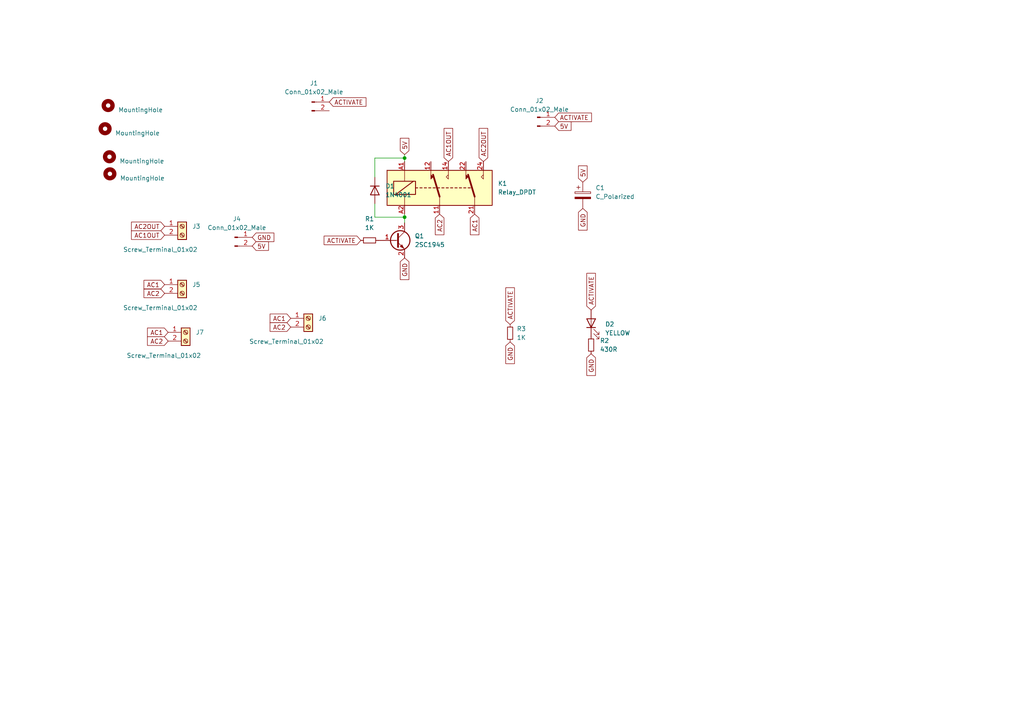
<source format=kicad_sch>
(kicad_sch (version 20230121) (generator eeschema)
  (paper "A4")
  (lib_symbols
    (symbol "Connector:Conn_01x02_Male" (pin_names (offset 1.016) hide)
      (property "Reference" "J" (at 0 2.54 0))
      (property "Value" "Conn_01x02_Male" (at 0 -5.08 0))
      (symbol "Conn_01x02_Male_1_1"
        (polyline (pts (xy 1.27 -2.54) (xy 0.8636 -2.54)) (stroke (width 0.1524)))
        (polyline (pts (xy 1.27 0) (xy 0.8636 0)) (stroke (width 0.1524)))
        (rectangle (start 0.8636 -2.413) (end 0 -2.667) (stroke (width 0.1524)) (fill (type outline)))
        (rectangle (start 0.8636 0.127) (end 0 -0.127) (stroke (width 0.1524)) (fill (type outline)))
        (pin passive line (at 5.08 0 180) (length 3.81) (name "Pin_1") (number "1"))
        (pin passive line (at 5.08 -2.54 180) (length 3.81) (name "Pin_2") (number "2"))
      )
    )
    (symbol "Connector:Screw_Terminal_01x02" (pin_names (offset 1.016) hide)
      (property "Reference" "J" (at 0 2.54 0))
      (property "Value" "Screw_Terminal_01x02" (at 0 -5.08 0))
      (symbol "Screw_Terminal_01x02_1_1"
        (rectangle (start -1.27 1.27) (end 1.27 -3.81) (stroke (width 0.254)) (fill (type background)))
        (circle (center 0 -2.54) (radius 0.635) (stroke (width 0.1524)))
        (polyline (pts (xy -0.5334 -2.2098) (xy 0.3302 -3.048)) (stroke (width 0.1524)))
        (polyline (pts (xy -0.5334 0.3302) (xy 0.3302 -0.508)) (stroke (width 0.1524)))
        (polyline (pts (xy -0.3556 -2.032) (xy 0.508 -2.8702)) (stroke (width 0.1524)))
        (polyline (pts (xy -0.3556 0.508) (xy 0.508 -0.3302)) (stroke (width 0.1524)))
        (circle (center 0 0) (radius 0.635) (stroke (width 0.1524)))
        (pin passive line (at -5.08 0 0) (length 3.81) (name "Pin_1") (number "1"))
        (pin passive line (at -5.08 -2.54 0) (length 3.81) (name "Pin_2") (number "2"))
      )
    )
    (symbol "Device:C_Polarized" (pin_numbers hide) (pin_names (offset 0.254))
      (property "Reference" "C" (at 0.635 2.54 0))
      (property "Value" "C_Polarized" (at 0.635 -2.54 0))
      (symbol "C_Polarized_0_1"
        (rectangle (start -2.286 0.508) (end 2.286 1.016))
        (polyline (pts (xy -1.778 2.286) (xy -0.762 2.286)))
        (polyline (pts (xy -1.27 2.794) (xy -1.27 1.778)))
        (rectangle (start 2.286 -0.508) (end -2.286 -1.016) (fill (type outline)))
      )
      (symbol "C_Polarized_1_1"
        (pin passive line (at 0 3.81 270) (length 2.794) (name "~") (number "1"))
        (pin passive line (at 0 -3.81 90) (length 2.794) (name "~") (number "2"))
      )
    )
    (symbol "Device:LED" (pin_numbers hide) (pin_names (offset 1.016) hide)
      (property "Reference" "D" (at 0 2.54 0))
      (property "Value" "LED" (at 0 -2.54 0))
      (symbol "LED_0_1"
        (polyline (pts (xy -1.27 -1.27) (xy -1.27 1.27)) (stroke (width 0.254)))
        (polyline (pts (xy -1.27 0) (xy 1.27 0)))
        (polyline (pts (xy 1.27 -1.27) (xy 1.27 1.27) (xy -1.27 0) (xy 1.27 -1.27)) (stroke (width 0.254)))
        (polyline (pts (xy -3.048 -0.762) (xy -4.572 -2.286) (xy -3.81 -2.286) (xy -4.572 -2.286) (xy -4.572 -1.524)))
        (polyline (pts (xy -1.778 -0.762) (xy -3.302 -2.286) (xy -2.54 -2.286) (xy -3.302 -2.286) (xy -3.302 -1.524)))
      )
      (symbol "LED_1_1"
        (pin passive line (at -3.81 0 0) (length 2.54) (name "K") (number "1"))
        (pin passive line (at 3.81 0 180) (length 2.54) (name "A") (number "2"))
      )
    )
    (symbol "Device:R_Small" (pin_numbers hide) (pin_names (offset 0.254) hide)
      (property "Reference" "R" (at 0.762 0.508 0))
      (property "Value" "R_Small" (at 0.762 -1.016 0))
      (symbol "R_Small_0_1"
        (rectangle (start -0.762 1.778) (end 0.762 -1.778) (stroke (width 0.2032)))
      )
      (symbol "R_Small_1_1"
        (pin passive line (at 0 2.54 270) (length 0.762) (name "~") (number "1"))
        (pin passive line (at 0 -2.54 90) (length 0.762) (name "~") (number "2"))
      )
    )
    (symbol "Diode:1N4001" (pin_numbers hide) (pin_names hide)
      (property "Reference" "D" (at 0 2.54 0))
      (property "Value" "1N4001" (at 0 -2.54 0))
      (symbol "1N4001_0_1"
        (polyline (pts (xy -1.27 1.27) (xy -1.27 -1.27)) (stroke (width 0.254)))
        (polyline (pts (xy 1.27 0) (xy -1.27 0)))
        (polyline (pts (xy 1.27 1.27) (xy 1.27 -1.27) (xy -1.27 0) (xy 1.27 1.27)) (stroke (width 0.254)))
      )
      (symbol "1N4001_1_1"
        (pin passive line (at -3.81 0 0) (length 2.54) (name "K") (number "1"))
        (pin passive line (at 3.81 0 180) (length 2.54) (name "A") (number "2"))
      )
    )
    (symbol "Mechanical:MountingHole" (pin_names (offset 1.016))
      (property "Reference" "H" (at 0 5.08 0))
      (property "Value" "MountingHole" (at 0 3.175 0))
      (symbol "MountingHole_0_1"
        (circle (center 0 0) (radius 1.27) (stroke (width 1.27)))
      )
    )
    (symbol "Relay:Relay_DPDT"
      (property "Reference" "K" (at 16.51 3.81 0))
      (property "Value" "Relay_DPDT" (at 16.51 1.27 0))
      (symbol "Relay_DPDT_0_1"
        (rectangle (start -15.24 5.08) (end 15.24 -5.08) (stroke (width 0.254)) (fill (type background)))
        (rectangle (start -13.335 1.905) (end -6.985 -1.905) (stroke (width 0.254)))
        (polyline (pts (xy -12.7 -1.905) (xy -7.62 1.905)) (stroke (width 0.254)))
        (polyline (pts (xy -10.16 -5.08) (xy -10.16 -1.905)))
        (polyline (pts (xy -10.16 5.08) (xy -10.16 1.905)))
        (polyline (pts (xy -6.985 0) (xy -6.35 0)) (stroke (width 0.254)))
        (polyline (pts (xy -5.715 0) (xy -5.08 0)) (stroke (width 0.254)))
        (polyline (pts (xy -4.445 0) (xy -3.81 0)) (stroke (width 0.254)))
        (polyline (pts (xy -3.175 0) (xy -2.54 0)) (stroke (width 0.254)))
        (polyline (pts (xy -1.905 0) (xy -1.27 0)) (stroke (width 0.254)))
        (polyline (pts (xy -0.635 0) (xy 0 0)) (stroke (width 0.254)))
        (polyline (pts (xy 0 -2.54) (xy -1.905 3.81)) (stroke (width 0.508)))
        (polyline (pts (xy 0 -2.54) (xy 0 -5.08)))
        (polyline (pts (xy 0.635 0) (xy 1.27 0)) (stroke (width 0.254)))
        (polyline (pts (xy 1.905 0) (xy 2.54 0)) (stroke (width 0.254)))
        (polyline (pts (xy 3.175 0) (xy 3.81 0)) (stroke (width 0.254)))
        (polyline (pts (xy 4.445 0) (xy 5.08 0)) (stroke (width 0.254)))
        (polyline (pts (xy 5.715 0) (xy 6.35 0)) (stroke (width 0.254)))
        (polyline (pts (xy 6.985 0) (xy 7.62 0)) (stroke (width 0.254)))
        (polyline (pts (xy 8.255 0) (xy 8.89 0)) (stroke (width 0.254)))
        (polyline (pts (xy 10.16 -2.54) (xy 8.255 3.81)) (stroke (width 0.508)))
        (polyline (pts (xy 10.16 -2.54) (xy 10.16 -5.08)))
        (polyline (pts (xy -2.54 5.08) (xy -2.54 2.54) (xy -1.905 3.175) (xy -2.54 3.81)) (fill (type outline)))
        (polyline (pts (xy 2.54 5.08) (xy 2.54 2.54) (xy 1.905 3.175) (xy 2.54 3.81)))
        (polyline (pts (xy 7.62 5.08) (xy 7.62 2.54) (xy 8.255 3.175) (xy 7.62 3.81)) (fill (type outline)))
        (polyline (pts (xy 12.7 5.08) (xy 12.7 2.54) (xy 12.065 3.175) (xy 12.7 3.81)))
      )
      (symbol "Relay_DPDT_1_1"
        (pin passive line (at 0 -7.62 90) (length 2.54) (name "~") (number "11"))
        (pin passive line (at -2.54 7.62 270) (length 2.54) (name "~") (number "12"))
        (pin passive line (at 2.54 7.62 270) (length 2.54) (name "~") (number "14"))
        (pin passive line (at 10.16 -7.62 90) (length 2.54) (name "~") (number "21"))
        (pin passive line (at 7.62 7.62 270) (length 2.54) (name "~") (number "22"))
        (pin passive line (at 12.7 7.62 270) (length 2.54) (name "~") (number "24"))
        (pin passive line (at -10.16 7.62 270) (length 2.54) (name "~") (number "A1"))
        (pin passive line (at -10.16 -7.62 90) (length 2.54) (name "~") (number "A2"))
      )
    )
    (symbol "Transistor_BJT:2SC1945" (pin_names (offset 0) hide)
      (property "Reference" "Q" (at 5.08 1.905 0))
      (property "Value" "2SC1945" (at 5.08 0 0))
      (symbol "2SC1945_0_1"
        (polyline (pts (xy 0 0) (xy 0.635 0)))
        (polyline (pts (xy 2.54 2.54) (xy 0.635 0.635)))
        (polyline (pts (xy 0.635 1.905) (xy 0.635 -1.905) (xy 0.635 -1.905)) (stroke (width 0.508)))
        (polyline (pts (xy 2.286 -2.286) (xy 1.778 -1.778) (xy 1.778 -1.778)))
        (polyline (pts (xy 2.54 -2.54) (xy 0.635 -0.635) (xy 1.27 -1.27)) (fill (type outline)))
        (polyline (pts (xy 1.27 -1.778) (xy 1.778 -1.27) (xy 2.286 -2.286) (xy 1.27 -1.778) (xy 1.27 -1.778)) (fill (type outline)))
        (circle (center 1.27 0) (radius 2.8194) (stroke (width 0.3048)))
      )
      (symbol "2SC1945_1_1"
        (pin input line (at -5.08 0 0) (length 5.08) (name "B") (number "1"))
        (pin passive line (at 2.54 -5.08 90) (length 2.54) (name "E") (number "2"))
        (pin passive line (at 2.54 5.08 270) (length 2.54) (name "C") (number "3"))
      )
    )
  )
  (junction (at 117.348 45.847))
  (junction (at 117.348 62.992))
  (wire (pts (xy 108.712 45.847) (xy 108.712 51.435)))
  (wire (pts (xy 117.348 45.847) (xy 117.348 46.863)))
  (wire (pts (xy 108.712 62.992) (xy 117.348 62.992)))
  (wire (pts (xy 117.348 45.847) (xy 108.712 45.847)))
  (wire (pts (xy 108.712 59.055) (xy 108.712 62.992)))
  (wire (pts (xy 117.348 62.992) (xy 117.348 62.103)))
  (wire (pts (xy 117.348 64.643) (xy 117.348 62.992)))
  (wire (pts (xy 117.348 44.831) (xy 117.348 45.847)))
  (global_label "ACTIVATE" (shape input) (at 104.648 69.723 180) (property "Intersheetrefs" "${INTERSHEET_REFS}" (effects hide)))
  (global_label "AC2" (shape input) (at 47.752 85.09 180) (property "Intersheetrefs" "${INTERSHEET_REFS}" (effects hide)))
  (global_label "5V" (shape input) (at 117.348 44.831 90) (property "Intersheetrefs" "${INTERSHEET_REFS}" (effects hide)))
  (global_label "AC2" (shape input) (at 127.508 62.103 270) (property "Intersheetrefs" "${INTERSHEET_REFS}" (effects hide)))
  (global_label "AC1" (shape input) (at 137.668 62.103 270) (property "Intersheetrefs" "${INTERSHEET_REFS}" (effects hide)))
  (global_label "AC1" (shape input) (at 47.752 82.55 180) (property "Intersheetrefs" "${INTERSHEET_REFS}" (effects hide)))
  (global_label "GND" (shape input) (at 169.037 60.452 270) (property "Intersheetrefs" "${INTERSHEET_REFS}" (effects hide)))
  (global_label "AC1OUT" (shape input) (at 130.048 46.863 90) (property "Intersheetrefs" "${INTERSHEET_REFS}" (effects hide)))
  (global_label "AC1" (shape input) (at 84.328 92.329 180) (property "Intersheetrefs" "${INTERSHEET_REFS}" (effects hide)))
  (global_label "GND" (shape input) (at 117.348 74.803 270) (property "Intersheetrefs" "${INTERSHEET_REFS}" (effects hide)))
  (global_label "ACTIVATE" (shape input) (at 171.45 89.916 90) (property "Intersheetrefs" "${INTERSHEET_REFS}" (effects hide)))
  (global_label "AC1OUT" (shape input) (at 47.752 68.199 180) (property "Intersheetrefs" "${INTERSHEET_REFS}" (effects hide)))
  (global_label "AC2OUT" (shape input) (at 47.752 65.659 180) (property "Intersheetrefs" "${INTERSHEET_REFS}" (effects hide)))
  (global_label "AC2" (shape input) (at 48.768 98.933 180) (property "Intersheetrefs" "${INTERSHEET_REFS}" (effects hide)))
  (global_label "5V" (shape input) (at 73.152 71.374 0) (property "Intersheetrefs" "${INTERSHEET_REFS}" (effects hide)))
  (global_label "ACTIVATE" (shape input) (at 95.504 29.591 0) (property "Intersheetrefs" "${INTERSHEET_REFS}" (effects hide)))
  (global_label "AC1" (shape input) (at 48.768 96.393 180) (property "Intersheetrefs" "${INTERSHEET_REFS}" (effects hide)))
  (global_label "5V" (shape input) (at 169.037 52.832 90) (property "Intersheetrefs" "${INTERSHEET_REFS}" (effects hide)))
  (global_label "GND" (shape input) (at 147.955 99.187 270) (property "Intersheetrefs" "${INTERSHEET_REFS}" (effects hide)))
  (global_label "ACTIVATE" (shape input) (at 147.955 94.107 90) (property "Intersheetrefs" "${INTERSHEET_REFS}" (effects hide)))
  (global_label "5V" (shape input) (at 160.909 36.576 0) (property "Intersheetrefs" "${INTERSHEET_REFS}" (effects hide)))
  (global_label "GND" (shape input) (at 73.152 68.834 0) (property "Intersheetrefs" "${INTERSHEET_REFS}" (effects hide)))
  (global_label "ACTIVATE" (shape input) (at 160.909 34.036 0) (property "Intersheetrefs" "${INTERSHEET_REFS}" (effects hide)))
  (global_label "AC2" (shape input) (at 84.328 94.869 180) (property "Intersheetrefs" "${INTERSHEET_REFS}" (effects hide)))
  (global_label "GND" (shape input) (at 171.45 102.616 270) (property "Intersheetrefs" "${INTERSHEET_REFS}" (effects hide)))
  (global_label "AC2OUT" (shape input) (at 140.208 46.863 90) (property "Intersheetrefs" "${INTERSHEET_REFS}" (effects hide)))
  (symbol (lib_id "Device:R_Small") (at 147.955 96.647 180) (unit 1)
    (property "Reference" "R3" (at 149.86 95.377 0) (effects (justify right)))
    (property "Value" "1K" (at 149.86 97.917 0) (effects (justify right)))
    (property "Footprint" "Resistor_SMD:R_0603_1608Metric" (effects hide))
  )
  (symbol (lib_id "Device:LED") (at 171.45 93.726 90) (unit 1)
    (property "Reference" "D2" (at 175.514 94.0434 90) (effects (justify right)))
    (property "Value" "YELLOW" (at 175.514 96.5834 90) (effects (justify right)))
    (property "Footprint" "Diode_SMD:D_0805_2012Metric_Pad1.15x1.40mm_HandSolder" (effects hide))
  )
  (symbol (lib_id "Mechanical:MountingHole") (at 31.877 50.419 0) (unit 1)
    (property "Reference" "H4" (effects hide))
    (property "Value" "MountingHole" (at 34.798 51.6889 0) (effects (justify left)))
    (property "Footprint" "MountingHole:MountingHole_3.2mm_M3" (effects hide))
  )
  (symbol (lib_id "Diode:1N4001") (at 108.712 55.245 270) (unit 1)
    (property "Reference" "D1" (at 111.76 53.9749 90) (effects (justify left)))
    (property "Value" "1N4001" (at 111.76 56.5149 90) (effects (justify left)))
    (property "Footprint" "Diode_SMD:D_SMA" (effects hide))
    (property "Datasheet" "http://www.vishay.com/docs/88503/1n4001.pdf" (effects hide))
  )
  (symbol (lib_id "Connector:Screw_Terminal_01x02") (at 52.832 65.659 0) (unit 1)
    (property "Reference" "J3" (at 55.753 65.6589 0) (effects (justify left)))
    (property "Value" "Screw_Terminal_01x02" (at 35.687 72.39 0) (effects (justify left)))
    (property "Footprint" "Connector_JST:JST_XH_B2B-XH-A_1x02_P2.50mm_Vertical" (effects hide))
  )
  (symbol (lib_id "Mechanical:MountingHole") (at 31.75 45.466 0) (unit 1)
    (property "Reference" "H3" (effects hide))
    (property "Value" "MountingHole" (at 34.671 46.7359 0) (effects (justify left)))
    (property "Footprint" "MountingHole:MountingHole_3.2mm_M3" (effects hide))
  )
  (symbol (lib_id "Device:R_Small") (at 171.45 100.076 0) (unit 1)
    (property "Reference" "R2" (at 173.99 98.8059 0) (effects (justify left)))
    (property "Value" "430R" (at 173.99 101.3459 0) (effects (justify left)))
    (property "Footprint" "Resistor_SMD:R_0603_1608Metric_Pad0.98x0.95mm_HandSolder" (effects hide))
  )
  (symbol (lib_id "Device:C_Polarized") (at 169.037 56.642 0) (unit 1)
    (property "Reference" "C1" (at 172.72 54.4829 0) (effects (justify left)))
    (property "Value" "C_Polarized" (at 172.72 57.0229 0) (effects (justify left)))
    (property "Footprint" "Capacitor_THT:CP_Radial_D6.3mm_P2.50mm" (effects hide))
  )
  (symbol (lib_id "Connector:Conn_01x02_Male") (at 68.072 68.834 0) (unit 1)
    (property "Reference" "J4" (at 68.707 63.5 0))
    (property "Value" "Conn_01x02_Male" (at 68.707 66.04 0))
    (property "Footprint" "Connector_JST:JST_PH_B2B-PH-K_1x02_P2.00mm_Vertical" (effects hide))
  )
  (symbol (lib_id "Connector:Conn_01x02_Male") (at 155.829 34.036 0) (unit 1)
    (property "Reference" "J2" (at 156.464 29.21 0))
    (property "Value" "Conn_01x02_Male" (at 156.464 31.75 0))
    (property "Footprint" "Connector_PinHeader_2.54mm:PinHeader_1x02_P2.54mm_Vertical" (effects hide))
  )
  (symbol (lib_id "Connector:Screw_Terminal_01x02") (at 53.848 96.393 0) (unit 1)
    (property "Reference" "J7" (at 56.769 96.3929 0) (effects (justify left)))
    (property "Value" "Screw_Terminal_01x02" (at 36.703 103.124 0) (effects (justify left)))
    (property "Footprint" "Connector_JST:JST_XH_B2B-XH-A_1x02_P2.50mm_Vertical" (effects hide))
  )
  (symbol (lib_id "Connector:Conn_01x02_Male") (at 90.424 29.591 0) (unit 1)
    (property "Reference" "J1" (at 91.059 24.13 0))
    (property "Value" "Conn_01x02_Male" (at 91.059 26.67 0))
    (property "Footprint" "Connector_JST:JST_PH_B2B-PH-K_1x02_P2.00mm_Vertical" (effects hide))
  )
  (symbol (lib_id "Relay:Relay_DPDT") (at 127.508 54.483 0) (unit 1)
    (property "Reference" "K1" (at 144.399 53.213 0) (effects (justify left)))
    (property "Value" "Relay_DPDT" (at 144.399 55.753 0) (effects (justify left)))
    (property "Footprint" "Relay_THT:Relay_DPDT_Omron_G2RL-2" (effects hide))
  )
  (symbol (lib_id "Mechanical:MountingHole") (at 31.369 30.607 0) (unit 1)
    (property "Reference" "H1" (effects hide))
    (property "Value" "MountingHole" (at 34.29 31.8769 0) (effects (justify left)))
    (property "Footprint" "MountingHole:MountingHole_3.2mm_M3" (effects hide))
  )
  (symbol (lib_id "Transistor_BJT:2SC1945") (at 114.808 69.723 0) (unit 1)
    (property "Reference" "Q1" (at 120.269 68.4529 0) (effects (justify left)))
    (property "Value" "2SC1945" (at 120.269 70.9929 0) (effects (justify left)))
    (property "Footprint" "Package_TO_SOT_SMD:SOT-23_Handsoldering" (effects hide))
    (property "Datasheet" "http://rtellason.com/transdata/2sc1945.pdf" (effects hide))
  )
  (symbol (lib_id "Mechanical:MountingHole") (at 30.48 37.338 0) (unit 1)
    (property "Reference" "H2" (effects hide))
    (property "Value" "MountingHole" (at 33.401 38.6079 0) (effects (justify left)))
    (property "Footprint" "MountingHole:MountingHole_3.2mm_M3" (effects hide))
  )
  (symbol (lib_id "Connector:Screw_Terminal_01x02") (at 52.832 82.55 0) (unit 1)
    (property "Reference" "J5" (at 55.753 82.5499 0) (effects (justify left)))
    (property "Value" "Screw_Terminal_01x02" (at 35.687 89.281 0) (effects (justify left)))
    (property "Footprint" "Connector_JST:JST_XH_B2B-XH-A_1x02_P2.50mm_Vertical" (effects hide))
  )
  (symbol (lib_id "Device:R_Small") (at 107.188 69.723 90) (unit 1)
    (property "Reference" "R1" (at 107.188 63.5 90))
    (property "Value" "1K" (at 107.188 66.04 90))
    (property "Footprint" "Resistor_SMD:R_0603_1608Metric" (effects hide))
  )
  (symbol (lib_id "Connector:Screw_Terminal_01x02") (at 89.408 92.329 0) (unit 1)
    (property "Reference" "J6" (at 92.329 92.3289 0) (effects (justify left)))
    (property "Value" "Screw_Terminal_01x02" (at 72.263 99.06 0) (effects (justify left)))
    (property "Footprint" "Connector_JST:JST_XH_B2B-XH-A_1x02_P2.50mm_Vertical" (effects hide))
  )
)
</source>
